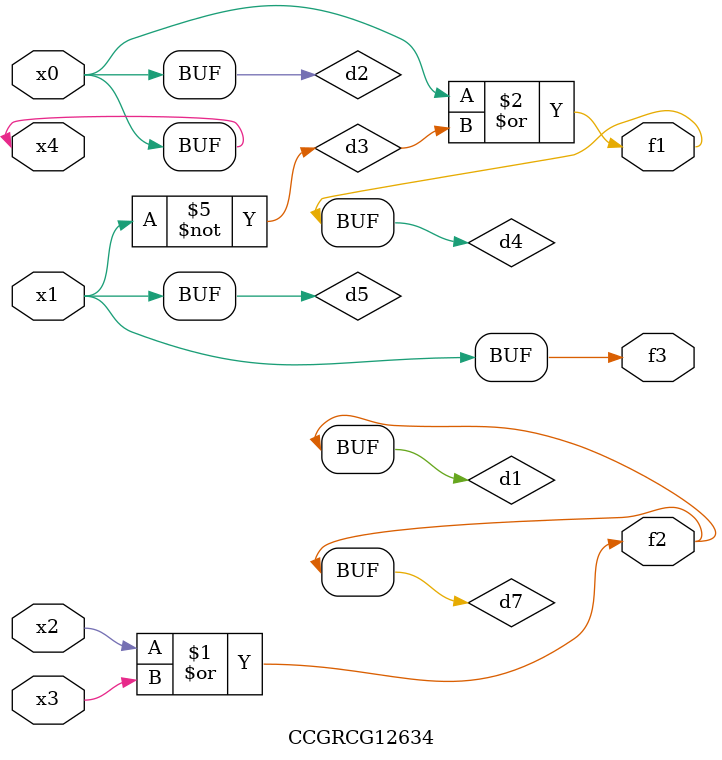
<source format=v>
module CCGRCG12634(
	input x0, x1, x2, x3, x4,
	output f1, f2, f3
);

	wire d1, d2, d3, d4, d5, d6, d7;

	or (d1, x2, x3);
	buf (d2, x0, x4);
	not (d3, x1);
	or (d4, d2, d3);
	not (d5, d3);
	nand (d6, d1, d3);
	or (d7, d1);
	assign f1 = d4;
	assign f2 = d7;
	assign f3 = d5;
endmodule

</source>
